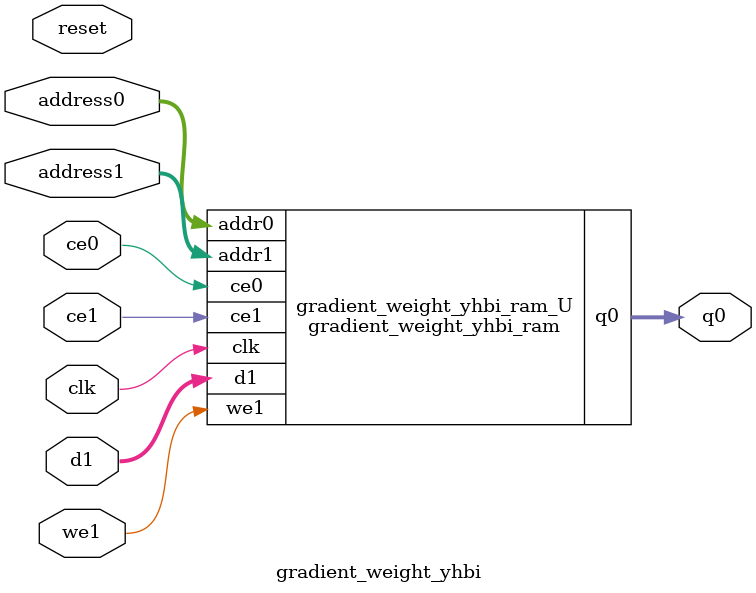
<source format=v>

`timescale 1 ns / 1 ps
module gradient_weight_yhbi_ram (addr0, ce0, q0, addr1, ce1, d1, we1,  clk);

parameter DWIDTH = 32;
parameter AWIDTH = 4;
parameter MEM_SIZE = 10;

input[AWIDTH-1:0] addr0;
input ce0;
output reg[DWIDTH-1:0] q0;
input[AWIDTH-1:0] addr1;
input ce1;
input[DWIDTH-1:0] d1;
input we1;
input clk;

(* ram_style = "distributed" *)reg [DWIDTH-1:0] ram[0:MEM_SIZE-1];




always @(posedge clk)  
begin 
    if (ce0) 
    begin
            q0 <= ram[addr0];
    end
end


always @(posedge clk)  
begin 
    if (ce1) 
    begin
        if (we1) 
        begin 
            ram[addr1] <= d1; 
        end 
    end
end


endmodule


`timescale 1 ns / 1 ps
module gradient_weight_yhbi(
    reset,
    clk,
    address0,
    ce0,
    q0,
    address1,
    ce1,
    we1,
    d1);

parameter DataWidth = 32'd32;
parameter AddressRange = 32'd10;
parameter AddressWidth = 32'd4;
input reset;
input clk;
input[AddressWidth - 1:0] address0;
input ce0;
output[DataWidth - 1:0] q0;
input[AddressWidth - 1:0] address1;
input ce1;
input we1;
input[DataWidth - 1:0] d1;



gradient_weight_yhbi_ram gradient_weight_yhbi_ram_U(
    .clk( clk ),
    .addr0( address0 ),
    .ce0( ce0 ),
    .q0( q0 ),
    .addr1( address1 ),
    .ce1( ce1 ),
    .we1( we1 ),
    .d1( d1 ));

endmodule


</source>
